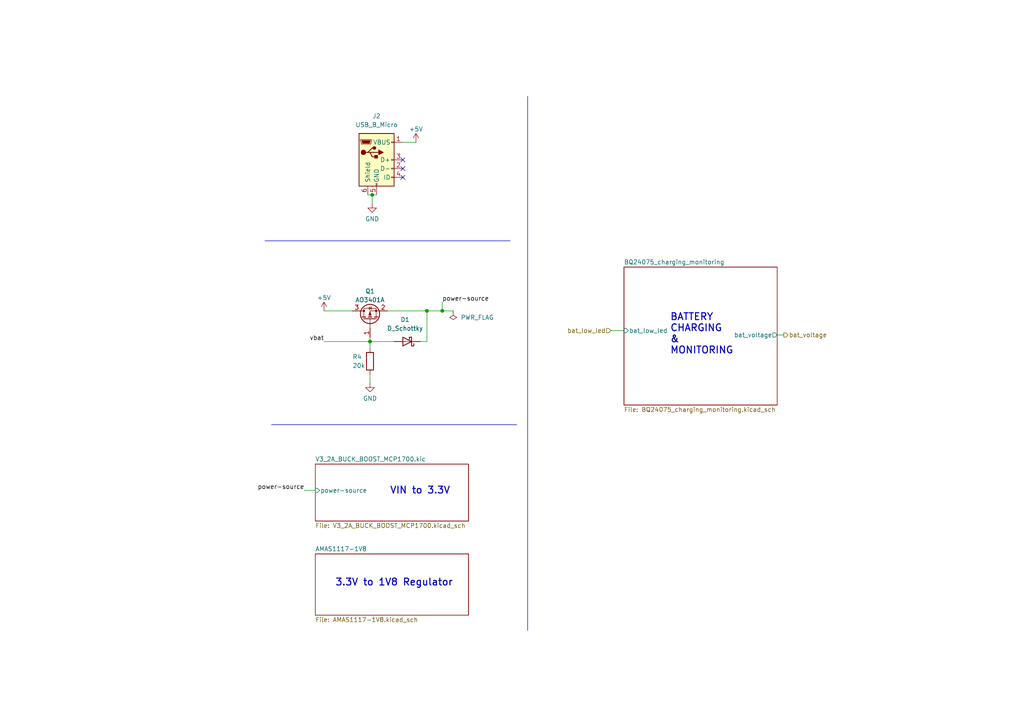
<source format=kicad_sch>
(kicad_sch (version 20230121) (generator eeschema)

  (uuid 3ff0df89-e012-48ad-85e5-890449a05943)

  (paper "A4")

  (lib_symbols
    (symbol "Connector:USB_B_Micro" (pin_names (offset 1.016)) (in_bom yes) (on_board yes)
      (property "Reference" "J" (at -5.08 11.43 0)
        (effects (font (size 1.27 1.27)) (justify left))
      )
      (property "Value" "USB_B_Micro" (at -5.08 8.89 0)
        (effects (font (size 1.27 1.27)) (justify left))
      )
      (property "Footprint" "" (at 3.81 -1.27 0)
        (effects (font (size 1.27 1.27)) hide)
      )
      (property "Datasheet" "~" (at 3.81 -1.27 0)
        (effects (font (size 1.27 1.27)) hide)
      )
      (property "ki_keywords" "connector USB micro" (at 0 0 0)
        (effects (font (size 1.27 1.27)) hide)
      )
      (property "ki_description" "USB Micro Type B connector" (at 0 0 0)
        (effects (font (size 1.27 1.27)) hide)
      )
      (property "ki_fp_filters" "USB*" (at 0 0 0)
        (effects (font (size 1.27 1.27)) hide)
      )
      (symbol "USB_B_Micro_0_1"
        (rectangle (start -5.08 -7.62) (end 5.08 7.62)
          (stroke (width 0.254) (type default))
          (fill (type background))
        )
        (circle (center -3.81 2.159) (radius 0.635)
          (stroke (width 0.254) (type default))
          (fill (type outline))
        )
        (circle (center -0.635 3.429) (radius 0.381)
          (stroke (width 0.254) (type default))
          (fill (type outline))
        )
        (rectangle (start -0.127 -7.62) (end 0.127 -6.858)
          (stroke (width 0) (type default))
          (fill (type none))
        )
        (polyline
          (pts
            (xy -1.905 2.159)
            (xy 0.635 2.159)
          )
          (stroke (width 0.254) (type default))
          (fill (type none))
        )
        (polyline
          (pts
            (xy -3.175 2.159)
            (xy -2.54 2.159)
            (xy -1.27 3.429)
            (xy -0.635 3.429)
          )
          (stroke (width 0.254) (type default))
          (fill (type none))
        )
        (polyline
          (pts
            (xy -2.54 2.159)
            (xy -1.905 2.159)
            (xy -1.27 0.889)
            (xy 0 0.889)
          )
          (stroke (width 0.254) (type default))
          (fill (type none))
        )
        (polyline
          (pts
            (xy 0.635 2.794)
            (xy 0.635 1.524)
            (xy 1.905 2.159)
            (xy 0.635 2.794)
          )
          (stroke (width 0.254) (type default))
          (fill (type outline))
        )
        (polyline
          (pts
            (xy -4.318 5.588)
            (xy -1.778 5.588)
            (xy -2.032 4.826)
            (xy -4.064 4.826)
            (xy -4.318 5.588)
          )
          (stroke (width 0) (type default))
          (fill (type outline))
        )
        (polyline
          (pts
            (xy -4.699 5.842)
            (xy -4.699 5.588)
            (xy -4.445 4.826)
            (xy -4.445 4.572)
            (xy -1.651 4.572)
            (xy -1.651 4.826)
            (xy -1.397 5.588)
            (xy -1.397 5.842)
            (xy -4.699 5.842)
          )
          (stroke (width 0) (type default))
          (fill (type none))
        )
        (rectangle (start 0.254 1.27) (end -0.508 0.508)
          (stroke (width 0.254) (type default))
          (fill (type outline))
        )
        (rectangle (start 5.08 -5.207) (end 4.318 -4.953)
          (stroke (width 0) (type default))
          (fill (type none))
        )
        (rectangle (start 5.08 -2.667) (end 4.318 -2.413)
          (stroke (width 0) (type default))
          (fill (type none))
        )
        (rectangle (start 5.08 -0.127) (end 4.318 0.127)
          (stroke (width 0) (type default))
          (fill (type none))
        )
        (rectangle (start 5.08 4.953) (end 4.318 5.207)
          (stroke (width 0) (type default))
          (fill (type none))
        )
      )
      (symbol "USB_B_Micro_1_1"
        (pin power_out line (at 7.62 5.08 180) (length 2.54)
          (name "VBUS" (effects (font (size 1.27 1.27))))
          (number "1" (effects (font (size 1.27 1.27))))
        )
        (pin bidirectional line (at 7.62 -2.54 180) (length 2.54)
          (name "D-" (effects (font (size 1.27 1.27))))
          (number "2" (effects (font (size 1.27 1.27))))
        )
        (pin bidirectional line (at 7.62 0 180) (length 2.54)
          (name "D+" (effects (font (size 1.27 1.27))))
          (number "3" (effects (font (size 1.27 1.27))))
        )
        (pin passive line (at 7.62 -5.08 180) (length 2.54)
          (name "ID" (effects (font (size 1.27 1.27))))
          (number "4" (effects (font (size 1.27 1.27))))
        )
        (pin power_out line (at 0 -10.16 90) (length 2.54)
          (name "GND" (effects (font (size 1.27 1.27))))
          (number "5" (effects (font (size 1.27 1.27))))
        )
        (pin passive line (at -2.54 -10.16 90) (length 2.54)
          (name "Shield" (effects (font (size 1.27 1.27))))
          (number "6" (effects (font (size 1.27 1.27))))
        )
      )
    )
    (symbol "Device:D_Schottky" (pin_numbers hide) (pin_names (offset 1.016) hide) (in_bom yes) (on_board yes)
      (property "Reference" "D" (at 0 2.54 0)
        (effects (font (size 1.27 1.27)))
      )
      (property "Value" "D_Schottky" (at 0 -2.54 0)
        (effects (font (size 1.27 1.27)))
      )
      (property "Footprint" "" (at 0 0 0)
        (effects (font (size 1.27 1.27)) hide)
      )
      (property "Datasheet" "~" (at 0 0 0)
        (effects (font (size 1.27 1.27)) hide)
      )
      (property "ki_keywords" "diode Schottky" (at 0 0 0)
        (effects (font (size 1.27 1.27)) hide)
      )
      (property "ki_description" "Schottky diode" (at 0 0 0)
        (effects (font (size 1.27 1.27)) hide)
      )
      (property "ki_fp_filters" "TO-???* *_Diode_* *SingleDiode* D_*" (at 0 0 0)
        (effects (font (size 1.27 1.27)) hide)
      )
      (symbol "D_Schottky_0_1"
        (polyline
          (pts
            (xy 1.27 0)
            (xy -1.27 0)
          )
          (stroke (width 0) (type default))
          (fill (type none))
        )
        (polyline
          (pts
            (xy 1.27 1.27)
            (xy 1.27 -1.27)
            (xy -1.27 0)
            (xy 1.27 1.27)
          )
          (stroke (width 0.254) (type default))
          (fill (type none))
        )
        (polyline
          (pts
            (xy -1.905 0.635)
            (xy -1.905 1.27)
            (xy -1.27 1.27)
            (xy -1.27 -1.27)
            (xy -0.635 -1.27)
            (xy -0.635 -0.635)
          )
          (stroke (width 0.254) (type default))
          (fill (type none))
        )
      )
      (symbol "D_Schottky_1_1"
        (pin passive line (at -3.81 0 0) (length 2.54)
          (name "K" (effects (font (size 1.27 1.27))))
          (number "1" (effects (font (size 1.27 1.27))))
        )
        (pin passive line (at 3.81 0 180) (length 2.54)
          (name "A" (effects (font (size 1.27 1.27))))
          (number "2" (effects (font (size 1.27 1.27))))
        )
      )
    )
    (symbol "Device:R" (pin_numbers hide) (pin_names (offset 0)) (in_bom yes) (on_board yes)
      (property "Reference" "R" (at 2.032 0 90)
        (effects (font (size 1.27 1.27)))
      )
      (property "Value" "R" (at 0 0 90)
        (effects (font (size 1.27 1.27)))
      )
      (property "Footprint" "" (at -1.778 0 90)
        (effects (font (size 1.27 1.27)) hide)
      )
      (property "Datasheet" "~" (at 0 0 0)
        (effects (font (size 1.27 1.27)) hide)
      )
      (property "ki_keywords" "R res resistor" (at 0 0 0)
        (effects (font (size 1.27 1.27)) hide)
      )
      (property "ki_description" "Resistor" (at 0 0 0)
        (effects (font (size 1.27 1.27)) hide)
      )
      (property "ki_fp_filters" "R_*" (at 0 0 0)
        (effects (font (size 1.27 1.27)) hide)
      )
      (symbol "R_0_1"
        (rectangle (start -1.016 -2.54) (end 1.016 2.54)
          (stroke (width 0.254) (type default))
          (fill (type none))
        )
      )
      (symbol "R_1_1"
        (pin passive line (at 0 3.81 270) (length 1.27)
          (name "~" (effects (font (size 1.27 1.27))))
          (number "1" (effects (font (size 1.27 1.27))))
        )
        (pin passive line (at 0 -3.81 90) (length 1.27)
          (name "~" (effects (font (size 1.27 1.27))))
          (number "2" (effects (font (size 1.27 1.27))))
        )
      )
    )
    (symbol "Transistor_FET:AO3401A" (pin_names hide) (in_bom yes) (on_board yes)
      (property "Reference" "Q" (at 5.08 1.905 0)
        (effects (font (size 1.27 1.27)) (justify left))
      )
      (property "Value" "AO3401A" (at 5.08 0 0)
        (effects (font (size 1.27 1.27)) (justify left))
      )
      (property "Footprint" "Package_TO_SOT_SMD:SOT-23" (at 5.08 -1.905 0)
        (effects (font (size 1.27 1.27) italic) (justify left) hide)
      )
      (property "Datasheet" "http://www.aosmd.com/pdfs/datasheet/AO3401A.pdf" (at 0 0 0)
        (effects (font (size 1.27 1.27)) (justify left) hide)
      )
      (property "ki_keywords" "P-Channel MOSFET" (at 0 0 0)
        (effects (font (size 1.27 1.27)) hide)
      )
      (property "ki_description" "-4.0A Id, -30V Vds, P-Channel MOSFET, SOT-23" (at 0 0 0)
        (effects (font (size 1.27 1.27)) hide)
      )
      (property "ki_fp_filters" "SOT?23*" (at 0 0 0)
        (effects (font (size 1.27 1.27)) hide)
      )
      (symbol "AO3401A_0_1"
        (polyline
          (pts
            (xy 0.254 0)
            (xy -2.54 0)
          )
          (stroke (width 0) (type default))
          (fill (type none))
        )
        (polyline
          (pts
            (xy 0.254 1.905)
            (xy 0.254 -1.905)
          )
          (stroke (width 0.254) (type default))
          (fill (type none))
        )
        (polyline
          (pts
            (xy 0.762 -1.27)
            (xy 0.762 -2.286)
          )
          (stroke (width 0.254) (type default))
          (fill (type none))
        )
        (polyline
          (pts
            (xy 0.762 0.508)
            (xy 0.762 -0.508)
          )
          (stroke (width 0.254) (type default))
          (fill (type none))
        )
        (polyline
          (pts
            (xy 0.762 2.286)
            (xy 0.762 1.27)
          )
          (stroke (width 0.254) (type default))
          (fill (type none))
        )
        (polyline
          (pts
            (xy 2.54 2.54)
            (xy 2.54 1.778)
          )
          (stroke (width 0) (type default))
          (fill (type none))
        )
        (polyline
          (pts
            (xy 2.54 -2.54)
            (xy 2.54 0)
            (xy 0.762 0)
          )
          (stroke (width 0) (type default))
          (fill (type none))
        )
        (polyline
          (pts
            (xy 0.762 1.778)
            (xy 3.302 1.778)
            (xy 3.302 -1.778)
            (xy 0.762 -1.778)
          )
          (stroke (width 0) (type default))
          (fill (type none))
        )
        (polyline
          (pts
            (xy 2.286 0)
            (xy 1.27 0.381)
            (xy 1.27 -0.381)
            (xy 2.286 0)
          )
          (stroke (width 0) (type default))
          (fill (type outline))
        )
        (polyline
          (pts
            (xy 2.794 -0.508)
            (xy 2.921 -0.381)
            (xy 3.683 -0.381)
            (xy 3.81 -0.254)
          )
          (stroke (width 0) (type default))
          (fill (type none))
        )
        (polyline
          (pts
            (xy 3.302 -0.381)
            (xy 2.921 0.254)
            (xy 3.683 0.254)
            (xy 3.302 -0.381)
          )
          (stroke (width 0) (type default))
          (fill (type none))
        )
        (circle (center 1.651 0) (radius 2.794)
          (stroke (width 0.254) (type default))
          (fill (type none))
        )
        (circle (center 2.54 -1.778) (radius 0.254)
          (stroke (width 0) (type default))
          (fill (type outline))
        )
        (circle (center 2.54 1.778) (radius 0.254)
          (stroke (width 0) (type default))
          (fill (type outline))
        )
      )
      (symbol "AO3401A_1_1"
        (pin input line (at -5.08 0 0) (length 2.54)
          (name "G" (effects (font (size 1.27 1.27))))
          (number "1" (effects (font (size 1.27 1.27))))
        )
        (pin passive line (at 2.54 -5.08 90) (length 2.54)
          (name "S" (effects (font (size 1.27 1.27))))
          (number "2" (effects (font (size 1.27 1.27))))
        )
        (pin passive line (at 2.54 5.08 270) (length 2.54)
          (name "D" (effects (font (size 1.27 1.27))))
          (number "3" (effects (font (size 1.27 1.27))))
        )
      )
    )
    (symbol "power:+5V" (power) (pin_names (offset 0)) (in_bom yes) (on_board yes)
      (property "Reference" "#PWR" (at 0 -3.81 0)
        (effects (font (size 1.27 1.27)) hide)
      )
      (property "Value" "+5V" (at 0 3.556 0)
        (effects (font (size 1.27 1.27)))
      )
      (property "Footprint" "" (at 0 0 0)
        (effects (font (size 1.27 1.27)) hide)
      )
      (property "Datasheet" "" (at 0 0 0)
        (effects (font (size 1.27 1.27)) hide)
      )
      (property "ki_keywords" "global power" (at 0 0 0)
        (effects (font (size 1.27 1.27)) hide)
      )
      (property "ki_description" "Power symbol creates a global label with name \"+5V\"" (at 0 0 0)
        (effects (font (size 1.27 1.27)) hide)
      )
      (symbol "+5V_0_1"
        (polyline
          (pts
            (xy -0.762 1.27)
            (xy 0 2.54)
          )
          (stroke (width 0) (type default))
          (fill (type none))
        )
        (polyline
          (pts
            (xy 0 0)
            (xy 0 2.54)
          )
          (stroke (width 0) (type default))
          (fill (type none))
        )
        (polyline
          (pts
            (xy 0 2.54)
            (xy 0.762 1.27)
          )
          (stroke (width 0) (type default))
          (fill (type none))
        )
      )
      (symbol "+5V_1_1"
        (pin power_in line (at 0 0 90) (length 0) hide
          (name "+5V" (effects (font (size 1.27 1.27))))
          (number "1" (effects (font (size 1.27 1.27))))
        )
      )
    )
    (symbol "power:GND" (power) (pin_names (offset 0)) (in_bom yes) (on_board yes)
      (property "Reference" "#PWR" (at 0 -6.35 0)
        (effects (font (size 1.27 1.27)) hide)
      )
      (property "Value" "GND" (at 0 -3.81 0)
        (effects (font (size 1.27 1.27)))
      )
      (property "Footprint" "" (at 0 0 0)
        (effects (font (size 1.27 1.27)) hide)
      )
      (property "Datasheet" "" (at 0 0 0)
        (effects (font (size 1.27 1.27)) hide)
      )
      (property "ki_keywords" "global power" (at 0 0 0)
        (effects (font (size 1.27 1.27)) hide)
      )
      (property "ki_description" "Power symbol creates a global label with name \"GND\" , ground" (at 0 0 0)
        (effects (font (size 1.27 1.27)) hide)
      )
      (symbol "GND_0_1"
        (polyline
          (pts
            (xy 0 0)
            (xy 0 -1.27)
            (xy 1.27 -1.27)
            (xy 0 -2.54)
            (xy -1.27 -1.27)
            (xy 0 -1.27)
          )
          (stroke (width 0) (type default))
          (fill (type none))
        )
      )
      (symbol "GND_1_1"
        (pin power_in line (at 0 0 270) (length 0) hide
          (name "GND" (effects (font (size 1.27 1.27))))
          (number "1" (effects (font (size 1.27 1.27))))
        )
      )
    )
    (symbol "power:PWR_FLAG" (power) (pin_numbers hide) (pin_names (offset 0) hide) (in_bom yes) (on_board yes)
      (property "Reference" "#FLG" (at 0 1.905 0)
        (effects (font (size 1.27 1.27)) hide)
      )
      (property "Value" "PWR_FLAG" (at 0 3.81 0)
        (effects (font (size 1.27 1.27)))
      )
      (property "Footprint" "" (at 0 0 0)
        (effects (font (size 1.27 1.27)) hide)
      )
      (property "Datasheet" "~" (at 0 0 0)
        (effects (font (size 1.27 1.27)) hide)
      )
      (property "ki_keywords" "flag power" (at 0 0 0)
        (effects (font (size 1.27 1.27)) hide)
      )
      (property "ki_description" "Special symbol for telling ERC where power comes from" (at 0 0 0)
        (effects (font (size 1.27 1.27)) hide)
      )
      (symbol "PWR_FLAG_0_0"
        (pin power_out line (at 0 0 90) (length 0)
          (name "pwr" (effects (font (size 1.27 1.27))))
          (number "1" (effects (font (size 1.27 1.27))))
        )
      )
      (symbol "PWR_FLAG_0_1"
        (polyline
          (pts
            (xy 0 0)
            (xy 0 1.27)
            (xy -1.016 1.905)
            (xy 0 2.54)
            (xy 1.016 1.905)
            (xy 0 1.27)
          )
          (stroke (width 0) (type default))
          (fill (type none))
        )
      )
    )
  )

  (junction (at 107.95 56.515) (diameter 0) (color 0 0 0 0)
    (uuid 0651a5a0-e905-42bb-be45-7aa968435219)
  )
  (junction (at 123.825 90.17) (diameter 0) (color 0 0 0 0)
    (uuid 7cd55ae6-5fcc-421f-81f2-ef0f26502800)
  )
  (junction (at 128.27 90.17) (diameter 0) (color 0 0 0 0)
    (uuid c6f65636-9f18-4930-a426-e480a165d09d)
  )
  (junction (at 107.315 99.06) (diameter 0) (color 0 0 0 0)
    (uuid dc012b02-2f08-4d29-8a48-4c994dedf2ed)
  )

  (no_connect (at 116.84 48.895) (uuid 24f2db9c-7540-480b-89bd-2da491ca4364))
  (no_connect (at 116.84 46.355) (uuid d4dc8686-f209-4295-9fc2-8b94a246900b))
  (no_connect (at 116.84 51.435) (uuid e278b743-dbab-45ed-8e87-8cb90b916702))

  (polyline (pts (xy 78.74 123.19) (xy 149.86 123.19))
    (stroke (width 0) (type default))
    (uuid 043daa97-9a85-4054-b40d-722899b6a04a)
  )

  (wire (pts (xy 88.265 142.24) (xy 91.44 142.24))
    (stroke (width 0) (type default))
    (uuid 057c1254-243a-49f8-9cde-bfb7b0162484)
  )
  (wire (pts (xy 123.825 90.17) (xy 123.825 99.06))
    (stroke (width 0) (type default))
    (uuid 11ef0ca4-77b1-4e4b-ac69-9397f21338f0)
  )
  (wire (pts (xy 93.98 90.17) (xy 102.235 90.17))
    (stroke (width 0) (type default))
    (uuid 17446a28-5df7-4522-9bca-6b66b7fd995c)
  )
  (wire (pts (xy 107.315 99.06) (xy 114.3 99.06))
    (stroke (width 0) (type default))
    (uuid 18c246f7-f490-40fb-b6ca-3a7015f44676)
  )
  (wire (pts (xy 131.445 90.17) (xy 128.27 90.17))
    (stroke (width 0) (type default))
    (uuid 384136a0-ad87-4060-bb43-e6a5a54ea5df)
  )
  (wire (pts (xy 177.165 95.885) (xy 180.975 95.885))
    (stroke (width 0) (type default))
    (uuid 432cbc17-5a54-4250-96bd-e67c667fcc4c)
  )
  (wire (pts (xy 107.95 56.515) (xy 107.95 59.055))
    (stroke (width 0) (type default))
    (uuid 4c39740d-8724-4e42-a607-02e443f7c759)
  )
  (polyline (pts (xy 76.835 69.85) (xy 147.955 69.85))
    (stroke (width 0) (type default))
    (uuid 5493b52e-1592-4d7a-9c29-a2212d164477)
  )

  (wire (pts (xy 128.27 90.17) (xy 128.27 87.63))
    (stroke (width 0) (type default))
    (uuid 77c79017-d6ec-4d25-8e4f-cbcd030cf1b0)
  )
  (wire (pts (xy 123.825 99.06) (xy 121.92 99.06))
    (stroke (width 0) (type default))
    (uuid 7ac266aa-6484-49a3-9c6a-83a89465953b)
  )
  (wire (pts (xy 225.425 97.155) (xy 227.33 97.155))
    (stroke (width 0) (type default))
    (uuid 7f8a74a6-9bd5-4718-846e-aec6d73f23d9)
  )
  (wire (pts (xy 106.68 56.515) (xy 107.95 56.515))
    (stroke (width 0) (type default))
    (uuid 91ed95c1-3d3b-4fde-b9d7-ee2cf9c13560)
  )
  (wire (pts (xy 107.315 108.585) (xy 107.315 111.125))
    (stroke (width 0) (type default))
    (uuid 93f321ab-0f40-434b-bc80-2401ef495fae)
  )
  (wire (pts (xy 120.65 41.275) (xy 116.84 41.275))
    (stroke (width 0) (type default))
    (uuid 977b0364-d729-41c1-8882-e5d234ba22b3)
  )
  (wire (pts (xy 107.315 99.06) (xy 107.315 100.965))
    (stroke (width 0) (type default))
    (uuid 9a658260-292d-46af-876d-2692018c16a2)
  )
  (wire (pts (xy 107.95 56.515) (xy 109.22 56.515))
    (stroke (width 0) (type default))
    (uuid a7e7b2c6-5f7f-4f0c-ba7f-e1254fcb6bbf)
  )
  (wire (pts (xy 123.825 90.17) (xy 128.27 90.17))
    (stroke (width 0) (type default))
    (uuid b8ecb786-1965-4358-bcf6-30c6119dc5e6)
  )
  (polyline (pts (xy 153.035 27.94) (xy 153.035 182.88))
    (stroke (width 0) (type default))
    (uuid cca7a761-3f54-44e6-996e-96f3f5e8a3c5)
  )

  (wire (pts (xy 112.395 90.17) (xy 123.825 90.17))
    (stroke (width 0) (type default))
    (uuid e108bd49-37a7-45a6-9dad-c25cb9a3b070)
  )
  (wire (pts (xy 107.315 97.79) (xy 107.315 99.06))
    (stroke (width 0) (type default))
    (uuid f17e7637-4698-4cc9-bc78-7ad756f6c726)
  )
  (wire (pts (xy 93.98 99.06) (xy 107.315 99.06))
    (stroke (width 0) (type default))
    (uuid f32fffb3-7e4f-4aab-b31a-2601b565299e)
  )

  (text "BATTERY\nCHARGING\n&\nMONITORING" (at 194.31 102.87 0)
    (effects (font (size 2 2) (thickness 0.3) bold) (justify left bottom))
    (uuid 5ac61446-51a5-4c00-8845-c523263db677)
  )
  (text "VIN to 3.3V" (at 113.03 143.51 0)
    (effects (font (size 2 2) (thickness 0.3) bold) (justify left bottom))
    (uuid dd3ff381-514d-448a-98c9-cff8043ca6f1)
  )
  (text "3.3V to 1V8 Regulator" (at 97.155 170.18 0)
    (effects (font (size 2 2) (thickness 0.3) bold) (justify left bottom))
    (uuid efa30ff2-0edc-4edb-b410-c79f8c8e6616)
  )

  (label "power-source" (at 128.27 87.63 0) (fields_autoplaced)
    (effects (font (size 1.27 1.27)) (justify left bottom))
    (uuid 83cba72a-76ca-40b6-b94d-a42092eb6eea)
  )
  (label "vbat" (at 93.98 99.06 180) (fields_autoplaced)
    (effects (font (size 1.27 1.27)) (justify right bottom))
    (uuid dd6c889e-100d-485f-b52e-e1050b70cbe9)
  )
  (label "power-source" (at 88.265 142.24 180) (fields_autoplaced)
    (effects (font (size 1.27 1.27)) (justify right bottom))
    (uuid fe0f5e5d-eb4f-4004-8017-249bf64fc9de)
  )

  (hierarchical_label "bat_low_led" (shape input) (at 177.165 95.885 180) (fields_autoplaced)
    (effects (font (size 1.27 1.27)) (justify right))
    (uuid c127cc1f-3ac2-492d-a2fd-04201630d603)
  )
  (hierarchical_label "bat_voltage" (shape output) (at 227.33 97.155 0) (fields_autoplaced)
    (effects (font (size 1.27 1.27)) (justify left))
    (uuid e281969d-f219-4dd7-b520-858bac2d2093)
  )

  (symbol (lib_id "power:+5V") (at 93.98 90.17 0) (unit 1)
    (in_bom yes) (on_board yes) (dnp no)
    (uuid 133fdd90-1e4b-4009-bfd7-0c523a690260)
    (property "Reference" "#PWR09" (at 93.98 93.98 0)
      (effects (font (size 1.27 1.27)) hide)
    )
    (property "Value" "+5V" (at 93.98 86.36 0)
      (effects (font (size 1.27 1.27)))
    )
    (property "Footprint" "" (at 93.98 90.17 0)
      (effects (font (size 1.27 1.27)) hide)
    )
    (property "Datasheet" "" (at 93.98 90.17 0)
      (effects (font (size 1.27 1.27)) hide)
    )
    (pin "1" (uuid 162ae829-2ee6-41eb-a18f-44a54c7e49ef))
    (instances
      (project "Hapty"
        (path "/6956d5b6-c4e4-494f-ad33-929668a150f2/9d7551c4-2ace-4c7d-b440-35f584b50335"
          (reference "#PWR09") (unit 1)
        )
      )
    )
  )

  (symbol (lib_id "Device:D_Schottky") (at 118.11 99.06 180) (unit 1)
    (in_bom yes) (on_board yes) (dnp no)
    (uuid 26a643ee-dae3-4c17-a447-d2514047cf0f)
    (property "Reference" "D1" (at 117.475 92.71 0)
      (effects (font (size 1.27 1.27)))
    )
    (property "Value" "D_Schottky" (at 117.475 95.25 0)
      (effects (font (size 1.27 1.27)))
    )
    (property "Footprint" "Diode_SMD:D_SMA" (at 118.11 99.06 0)
      (effects (font (size 1.27 1.27)) hide)
    )
    (property "Datasheet" "~" (at 118.11 99.06 0)
      (effects (font (size 1.27 1.27)) hide)
    )
    (pin "1" (uuid 3f9344e9-6c05-4a4e-b2b3-26c659ef7d71))
    (pin "2" (uuid 53c33c2b-8788-4cde-beba-edb2a267718f))
    (instances
      (project "Hapty"
        (path "/6956d5b6-c4e4-494f-ad33-929668a150f2/9d7551c4-2ace-4c7d-b440-35f584b50335"
          (reference "D1") (unit 1)
        )
      )
    )
  )

  (symbol (lib_id "power:PWR_FLAG") (at 131.445 90.17 180) (unit 1)
    (in_bom yes) (on_board yes) (dnp no)
    (uuid 54224b75-d8e9-4591-9e40-b349f83d5cd7)
    (property "Reference" "#FLG?" (at 131.445 92.075 0)
      (effects (font (size 1.27 1.27)) hide)
    )
    (property "Value" "PWR_FLAG" (at 138.43 92.075 0)
      (effects (font (size 1.27 1.27)))
    )
    (property "Footprint" "" (at 131.445 90.17 0)
      (effects (font (size 1.27 1.27)) hide)
    )
    (property "Datasheet" "~" (at 131.445 90.17 0)
      (effects (font (size 1.27 1.27)) hide)
    )
    (pin "1" (uuid 49723ab8-1b0c-4863-ab19-70934f36e44c))
    (instances
      (project "Hapty"
        (path "/6956d5b6-c4e4-494f-ad33-929668a150f2/9d7551c4-2ace-4c7d-b440-35f584b50335/9310fd87-d382-44cd-9135-627033a36a9e"
          (reference "#FLG?") (unit 1)
        )
        (path "/6956d5b6-c4e4-494f-ad33-929668a150f2/9d7551c4-2ace-4c7d-b440-35f584b50335"
          (reference "#FLG02") (unit 1)
        )
      )
    )
  )

  (symbol (lib_id "Device:R") (at 107.315 104.775 0) (unit 1)
    (in_bom yes) (on_board yes) (dnp no)
    (uuid 657328b0-7516-4bf7-be34-bfacb39abcdc)
    (property "Reference" "R4" (at 102.235 103.505 0)
      (effects (font (size 1.27 1.27)) (justify left))
    )
    (property "Value" "20k" (at 102.235 106.045 0)
      (effects (font (size 1.27 1.27)) (justify left))
    )
    (property "Footprint" "Resistor_SMD:R_0603_1608Metric" (at 105.537 104.775 90)
      (effects (font (size 1.27 1.27)) hide)
    )
    (property "Datasheet" "~" (at 107.315 104.775 0)
      (effects (font (size 1.27 1.27)) hide)
    )
    (property "MPN" "0603WAF2002T5E" (at 107.315 104.775 0)
      (effects (font (size 1.27 1.27)) hide)
    )
    (pin "1" (uuid fa4a5e0c-efc2-4b37-bacd-402660e5fe6a))
    (pin "2" (uuid ad17dfe0-46a8-45f8-9785-9f47655b7aa8))
    (instances
      (project "Hapty"
        (path "/6956d5b6-c4e4-494f-ad33-929668a150f2/9d7551c4-2ace-4c7d-b440-35f584b50335"
          (reference "R4") (unit 1)
        )
      )
    )
  )

  (symbol (lib_id "power:GND") (at 107.95 59.055 0) (unit 1)
    (in_bom yes) (on_board yes) (dnp no) (fields_autoplaced)
    (uuid 65fca645-e367-4f39-b6c3-37ca81a03537)
    (property "Reference" "#PWR011" (at 107.95 65.405 0)
      (effects (font (size 1.27 1.27)) hide)
    )
    (property "Value" "GND" (at 107.95 63.5 0)
      (effects (font (size 1.27 1.27)))
    )
    (property "Footprint" "" (at 107.95 59.055 0)
      (effects (font (size 1.27 1.27)) hide)
    )
    (property "Datasheet" "" (at 107.95 59.055 0)
      (effects (font (size 1.27 1.27)) hide)
    )
    (pin "1" (uuid 49637a2d-80f3-40dc-b155-1f773b4e24de))
    (instances
      (project "Hapty"
        (path "/6956d5b6-c4e4-494f-ad33-929668a150f2/9d7551c4-2ace-4c7d-b440-35f584b50335"
          (reference "#PWR011") (unit 1)
        )
      )
    )
  )

  (symbol (lib_id "Transistor_FET:AO3401A") (at 107.315 92.71 90) (unit 1)
    (in_bom yes) (on_board yes) (dnp no) (fields_autoplaced)
    (uuid 6ad53d41-1df6-4a8e-8cd2-1dc47ac306d0)
    (property "Reference" "Q1" (at 107.315 84.455 90)
      (effects (font (size 1.27 1.27)))
    )
    (property "Value" "AO3401A" (at 107.315 86.995 90)
      (effects (font (size 1.27 1.27)))
    )
    (property "Footprint" "Package_TO_SOT_SMD:SOT-23" (at 109.22 87.63 0)
      (effects (font (size 1.27 1.27) italic) (justify left) hide)
    )
    (property "Datasheet" "http://www.aosmd.com/pdfs/datasheet/AO3401A.pdf" (at 107.315 92.71 0)
      (effects (font (size 1.27 1.27)) (justify left) hide)
    )
    (property "MPN" "AO3401A" (at 107.315 92.71 0)
      (effects (font (size 1.27 1.27)) hide)
    )
    (pin "1" (uuid 30efcfc2-3ed8-4da6-b8b9-f2ab3086bdd2))
    (pin "2" (uuid ae770703-6d1c-4d0d-9252-b87fdc668714))
    (pin "3" (uuid 95871b73-9fee-4605-abf5-54b21c0f3828))
    (instances
      (project "Hapty"
        (path "/6956d5b6-c4e4-494f-ad33-929668a150f2/9d7551c4-2ace-4c7d-b440-35f584b50335"
          (reference "Q1") (unit 1)
        )
      )
    )
  )

  (symbol (lib_id "power:GND") (at 107.315 111.125 0) (unit 1)
    (in_bom yes) (on_board yes) (dnp no) (fields_autoplaced)
    (uuid b4e0eec6-6be6-412f-82e8-396606d8282f)
    (property "Reference" "#PWR010" (at 107.315 117.475 0)
      (effects (font (size 1.27 1.27)) hide)
    )
    (property "Value" "GND" (at 107.315 115.57 0)
      (effects (font (size 1.27 1.27)))
    )
    (property "Footprint" "" (at 107.315 111.125 0)
      (effects (font (size 1.27 1.27)) hide)
    )
    (property "Datasheet" "" (at 107.315 111.125 0)
      (effects (font (size 1.27 1.27)) hide)
    )
    (pin "1" (uuid 88713254-0b20-47ba-8a1b-baa3c0d97b1c))
    (instances
      (project "Hapty"
        (path "/6956d5b6-c4e4-494f-ad33-929668a150f2/9d7551c4-2ace-4c7d-b440-35f584b50335"
          (reference "#PWR010") (unit 1)
        )
      )
    )
  )

  (symbol (lib_id "power:+5V") (at 120.65 41.275 0) (unit 1)
    (in_bom yes) (on_board yes) (dnp no)
    (uuid c4023f9f-321e-416f-823a-1c0908bdd8ef)
    (property "Reference" "#PWR012" (at 120.65 45.085 0)
      (effects (font (size 1.27 1.27)) hide)
    )
    (property "Value" "+5V" (at 120.65 37.465 0)
      (effects (font (size 1.27 1.27)))
    )
    (property "Footprint" "" (at 120.65 41.275 0)
      (effects (font (size 1.27 1.27)) hide)
    )
    (property "Datasheet" "" (at 120.65 41.275 0)
      (effects (font (size 1.27 1.27)) hide)
    )
    (pin "1" (uuid 3622080a-2241-494e-8d8b-660484f45f27))
    (instances
      (project "Hapty"
        (path "/6956d5b6-c4e4-494f-ad33-929668a150f2/9d7551c4-2ace-4c7d-b440-35f584b50335"
          (reference "#PWR012") (unit 1)
        )
      )
    )
  )

  (symbol (lib_id "Connector:USB_B_Micro") (at 109.22 46.355 0) (unit 1)
    (in_bom yes) (on_board yes) (dnp no) (fields_autoplaced)
    (uuid d18fae9a-1512-4298-b6e1-373ea2bf632f)
    (property "Reference" "J2" (at 109.22 33.655 0)
      (effects (font (size 1.27 1.27)))
    )
    (property "Value" "USB_B_Micro" (at 109.22 36.195 0)
      (effects (font (size 1.27 1.27)))
    )
    (property "Footprint" "Connector_USB:USB_Micro-B_Molex_47346-0001" (at 113.03 47.625 0)
      (effects (font (size 1.27 1.27)) hide)
    )
    (property "Datasheet" "~" (at 113.03 47.625 0)
      (effects (font (size 1.27 1.27)) hide)
    )
    (property "MPN" "473460001" (at 109.22 46.355 0)
      (effects (font (size 1.27 1.27)) hide)
    )
    (pin "1" (uuid ac782f52-3aa7-4245-aeaf-76c6ffc01dc4))
    (pin "2" (uuid caaff3f5-90ba-4177-8a78-49f2537159f1))
    (pin "3" (uuid caeaf3b0-0d9f-4503-8e1c-c591618ae4d2))
    (pin "4" (uuid e9cc06b8-e0f1-482f-ab10-ab0c9c1a08fb))
    (pin "5" (uuid 459ce81a-7761-4252-be0f-0a39201f1667))
    (pin "6" (uuid 228258a3-8ee0-455f-b90a-615fdad1f9fd))
    (instances
      (project "Hapty"
        (path "/6956d5b6-c4e4-494f-ad33-929668a150f2/9d7551c4-2ace-4c7d-b440-35f584b50335"
          (reference "J2") (unit 1)
        )
      )
    )
  )

  (sheet (at 91.44 134.62) (size 44.45 16.51) (fields_autoplaced)
    (stroke (width 0.1524) (type solid))
    (fill (color 0 0 0 0.0000))
    (uuid 9310fd87-d382-44cd-9135-627033a36a9e)
    (property "Sheetname" "V3_2A_BUCK_BOOST_MCP1700.kic" (at 91.44 133.9084 0)
      (effects (font (size 1.27 1.27)) (justify left bottom))
    )
    (property "Sheetfile" "V3_2A_BUCK_BOOST_MCP1700.kicad_sch" (at 91.44 151.7146 0)
      (effects (font (size 1.27 1.27)) (justify left top))
    )
    (pin "power-source" input (at 91.44 142.24 180)
      (effects (font (size 1.27 1.27)) (justify left))
      (uuid 0d55569e-8a8a-46a7-93b9-43ef295b6e13)
    )
    (instances
      (project "Hapty"
        (path "/6956d5b6-c4e4-494f-ad33-929668a150f2/9d7551c4-2ace-4c7d-b440-35f584b50335" (page "5"))
      )
    )
  )

  (sheet (at 180.975 77.47) (size 44.45 40.005) (fields_autoplaced)
    (stroke (width 0.1524) (type solid))
    (fill (color 0 0 0 0.0000))
    (uuid a40c7496-c438-4990-83e5-dcb3b451ab64)
    (property "Sheetname" "BQ24075_charging_monitoring" (at 180.975 76.7584 0)
      (effects (font (size 1.27 1.27)) (justify left bottom))
    )
    (property "Sheetfile" "BQ24075_charging_monitoring.kicad_sch" (at 180.975 118.0596 0)
      (effects (font (size 1.27 1.27)) (justify left top))
    )
    (pin "bat_voltage" output (at 225.425 97.155 0)
      (effects (font (size 1.27 1.27)) (justify right))
      (uuid a51aab79-491c-4ad3-8925-231e9a161737)
    )
    (pin "bat_low_led" input (at 180.975 95.885 180)
      (effects (font (size 1.27 1.27)) (justify left))
      (uuid 6783d882-e6ed-44f4-8209-aa8058d00ca8)
    )
    (instances
      (project "Hapty"
        (path "/6956d5b6-c4e4-494f-ad33-929668a150f2/9d7551c4-2ace-4c7d-b440-35f584b50335" (page "8"))
      )
    )
  )

  (sheet (at 91.44 160.655) (size 44.45 17.78) (fields_autoplaced)
    (stroke (width 0.1524) (type solid))
    (fill (color 0 0 0 0.0000))
    (uuid e64637c3-f068-4e67-91e6-19d037a5be49)
    (property "Sheetname" "AMAS1117-1V8" (at 91.44 159.9434 0)
      (effects (font (size 1.27 1.27)) (justify left bottom))
    )
    (property "Sheetfile" "AMAS1117-1V8.kicad_sch" (at 91.44 179.0196 0)
      (effects (font (size 1.27 1.27)) (justify left top))
    )
    (instances
      (project "Hapty"
        (path "/6956d5b6-c4e4-494f-ad33-929668a150f2/9d7551c4-2ace-4c7d-b440-35f584b50335" (page "7"))
      )
    )
  )
)

</source>
